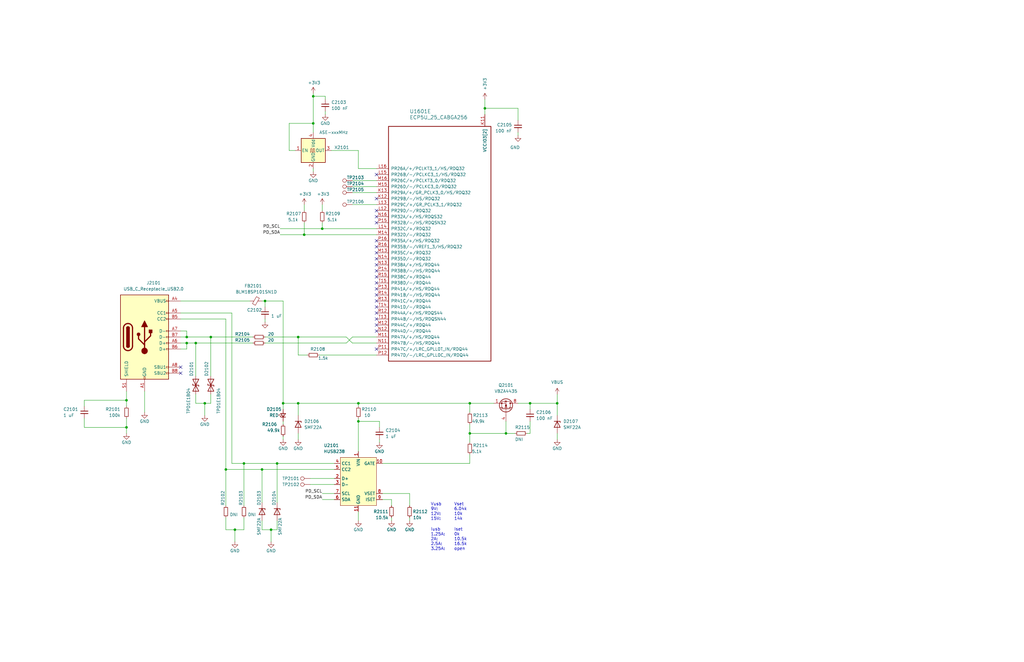
<source format=kicad_sch>
(kicad_sch (version 20211123) (generator eeschema)
  (paper "B")
  (junction (at 223.52 170.18) (diameter 0.9144))
  (junction (at 53.34 180.34) (diameter 0.9144))
  (junction (at 53.34 168.91) (diameter 0.9144))
  (junction (at 198.12 170.18) (diameter 0.9144))
  (junction (at 111.76 127) (diameter 0.9144))
  (junction (at 119.38 170.18) (diameter 0.9144))
  (junction (at 99.06 223.52) (diameter 0.9144))
  (junction (at 88.9 142.24) (diameter 0.9144))
  (junction (at 78.74 144.78) (diameter 0.9144))
  (junction (at 151.13 177.8) (diameter 0.9144))
  (junction (at 116.84 195.58) (diameter 0.9144))
  (junction (at 198.12 182.88) (diameter 0.9144))
  (junction (at 95.25 198.12) (diameter 0.9144))
  (junction (at 102.87 195.58) (diameter 0.9144))
  (junction (at 82.55 144.78) (diameter 0.9144))
  (junction (at 78.74 142.24) (diameter 0.9144))
  (junction (at 132.08 52.07) (diameter 0.9144))
  (junction (at 125.73 170.18) (diameter 0.9144))
  (junction (at 110.49 198.12) (diameter 0.9144))
  (junction (at 114.3 223.52) (diameter 0.9144))
  (junction (at 135.89 96.52) (diameter 0.9144))
  (junction (at 204.47 45.72) (diameter 0.9144))
  (junction (at 125.73 142.24) (diameter 0.9144))
  (junction (at 151.13 170.18) (diameter 0.9144))
  (junction (at 128.27 99.06) (diameter 0.9144))
  (junction (at 86.36 170.18) (diameter 0.9144))
  (junction (at 132.08 40.64) (diameter 0.9144))
  (junction (at 234.95 170.18) (diameter 0.9144))
  (junction (at 213.36 182.88) (diameter 0.9144))
  (no_connect (at 158.75 116.84))
  (no_connect (at 158.75 119.38))
  (no_connect (at 158.75 121.92))
  (no_connect (at 158.75 124.46))
  (no_connect (at 158.75 127))
  (no_connect (at 158.75 104.14))
  (no_connect (at 158.75 139.7))
  (no_connect (at 158.75 132.08))
  (no_connect (at 158.75 83.82))
  (no_connect (at 76.2 154.94))
  (no_connect (at 158.75 134.62))
  (no_connect (at 158.75 88.9))
  (no_connect (at 158.75 73.66))
  (no_connect (at 158.75 129.54))
  (no_connect (at 158.75 101.6))
  (no_connect (at 158.75 91.44))
  (no_connect (at 158.75 137.16))
  (no_connect (at 76.2 157.48))
  (no_connect (at 158.75 147.32))
  (no_connect (at 158.75 106.68))
  (no_connect (at 158.75 109.22))
  (no_connect (at 158.75 111.76))
  (no_connect (at 158.75 114.3))
  (no_connect (at 158.75 93.98))
  (wire (pts (xy 53.34 168.91) (xy 53.34 165.1)))
  (wire (pts (xy 132.08 71.12) (xy 132.08 72.39)))
  (wire (pts (xy 119.38 127) (xy 119.38 170.18)))
  (wire (pts (xy 151.13 170.18) (xy 151.13 171.45)))
  (wire (pts (xy 125.73 182.88) (xy 125.73 185.42)))
  (wire (pts (xy 88.9 170.18) (xy 88.9 166.37)))
  (wire (pts (xy 132.08 52.07) (xy 132.08 55.88)))
  (wire (pts (xy 135.89 86.36) (xy 135.89 88.9)))
  (wire (pts (xy 165.1 210.82) (xy 165.1 213.36)))
  (wire (pts (xy 161.29 195.58) (xy 198.12 195.58)))
  (wire (pts (xy 198.12 195.58) (xy 198.12 191.77)))
  (wire (pts (xy 198.12 170.18) (xy 198.12 173.99)))
  (wire (pts (xy 132.08 40.64) (xy 132.08 52.07)))
  (wire (pts (xy 148.59 78.74) (xy 158.75 78.74)))
  (wire (pts (xy 218.44 55.88) (xy 218.44 57.15)))
  (wire (pts (xy 82.55 144.78) (xy 82.55 158.75)))
  (wire (pts (xy 78.74 139.7) (xy 78.74 142.24)))
  (wire (pts (xy 148.59 142.24) (xy 158.75 142.24)))
  (wire (pts (xy 134.62 149.86) (xy 158.75 149.86)))
  (wire (pts (xy 86.36 170.18) (xy 82.55 170.18)))
  (wire (pts (xy 234.95 182.88) (xy 234.95 185.42)))
  (wire (pts (xy 151.13 177.8) (xy 160.02 177.8)))
  (wire (pts (xy 95.25 134.62) (xy 95.25 198.12)))
  (wire (pts (xy 95.25 198.12) (xy 95.25 213.36)))
  (wire (pts (xy 95.25 218.44) (xy 95.25 223.52)))
  (wire (pts (xy 95.25 223.52) (xy 99.06 223.52)))
  (wire (pts (xy 99.06 223.52) (xy 99.06 228.6)))
  (wire (pts (xy 76.2 134.62) (xy 95.25 134.62)))
  (wire (pts (xy 125.73 149.86) (xy 125.73 142.24)))
  (wire (pts (xy 137.16 46.99) (xy 137.16 48.26)))
  (wire (pts (xy 148.59 81.28) (xy 158.75 81.28)))
  (wire (pts (xy 161.29 208.28) (xy 172.72 208.28)))
  (wire (pts (xy 76.2 127) (xy 105.41 127)))
  (wire (pts (xy 132.08 40.64) (xy 137.16 40.64)))
  (wire (pts (xy 161.29 210.82) (xy 165.1 210.82)))
  (wire (pts (xy 135.89 208.28) (xy 140.97 208.28)))
  (wire (pts (xy 172.72 208.28) (xy 172.72 213.36)))
  (wire (pts (xy 86.36 175.26) (xy 86.36 170.18)))
  (wire (pts (xy 82.55 170.18) (xy 82.55 166.37)))
  (wire (pts (xy 114.3 223.52) (xy 116.84 223.52)))
  (wire (pts (xy 116.84 223.52) (xy 116.84 219.71)))
  (wire (pts (xy 130.81 201.93) (xy 140.97 201.93)))
  (wire (pts (xy 151.13 63.5) (xy 151.13 71.12)))
  (wire (pts (xy 151.13 176.53) (xy 151.13 177.8)))
  (wire (pts (xy 151.13 177.8) (xy 151.13 190.5)))
  (wire (pts (xy 124.46 63.5) (xy 121.92 63.5)))
  (wire (pts (xy 88.9 142.24) (xy 88.9 158.75)))
  (wire (pts (xy 53.34 180.34) (xy 53.34 176.53)))
  (wire (pts (xy 204.47 41.91) (xy 204.47 45.72)))
  (wire (pts (xy 198.12 170.18) (xy 208.28 170.18)))
  (wire (pts (xy 148.59 144.78) (xy 158.75 144.78)))
  (wire (pts (xy 223.52 170.18) (xy 223.52 172.72)))
  (wire (pts (xy 116.84 195.58) (xy 116.84 212.09)))
  (wire (pts (xy 129.54 149.86) (xy 125.73 149.86)))
  (wire (pts (xy 78.74 147.32) (xy 76.2 147.32)))
  (wire (pts (xy 198.12 179.07) (xy 198.12 182.88)))
  (wire (pts (xy 198.12 182.88) (xy 198.12 186.69)))
  (wire (pts (xy 128.27 86.36) (xy 128.27 88.9)))
  (wire (pts (xy 35.56 168.91) (xy 53.34 168.91)))
  (wire (pts (xy 78.74 144.78) (xy 78.74 147.32)))
  (wire (pts (xy 76.2 144.78) (xy 78.74 144.78)))
  (wire (pts (xy 102.87 213.36) (xy 102.87 195.58)))
  (wire (pts (xy 121.92 52.07) (xy 132.08 52.07)))
  (wire (pts (xy 139.7 63.5) (xy 151.13 63.5)))
  (wire (pts (xy 76.2 132.08) (xy 97.79 132.08)))
  (wire (pts (xy 78.74 142.24) (xy 88.9 142.24)))
  (wire (pts (xy 88.9 142.24) (xy 106.68 142.24)))
  (wire (pts (xy 35.56 176.53) (xy 35.56 180.34)))
  (wire (pts (xy 222.25 182.88) (xy 223.52 182.88)))
  (wire (pts (xy 223.52 177.8) (xy 223.52 182.88)))
  (wire (pts (xy 119.38 177.8) (xy 119.38 179.07)))
  (wire (pts (xy 151.13 215.9) (xy 151.13 219.71)))
  (wire (pts (xy 53.34 180.34) (xy 53.34 182.88)))
  (wire (pts (xy 111.76 144.78) (xy 146.05 144.78)))
  (wire (pts (xy 86.36 170.18) (xy 88.9 170.18)))
  (wire (pts (xy 119.38 184.15) (xy 119.38 185.42)))
  (wire (pts (xy 35.56 180.34) (xy 53.34 180.34)))
  (wire (pts (xy 110.49 198.12) (xy 110.49 212.09)))
  (wire (pts (xy 119.38 170.18) (xy 125.73 170.18)))
  (wire (pts (xy 125.73 170.18) (xy 151.13 170.18)))
  (wire (pts (xy 151.13 170.18) (xy 198.12 170.18)))
  (wire (pts (xy 125.73 142.24) (xy 146.05 142.24)))
  (wire (pts (xy 118.11 96.52) (xy 135.89 96.52)))
  (wire (pts (xy 135.89 93.98) (xy 135.89 96.52)))
  (wire (pts (xy 135.89 96.52) (xy 158.75 96.52)))
  (wire (pts (xy 223.52 170.18) (xy 218.44 170.18)))
  (wire (pts (xy 234.95 166.37) (xy 234.95 170.18)))
  (wire (pts (xy 234.95 170.18) (xy 223.52 170.18)))
  (wire (pts (xy 218.44 45.72) (xy 204.47 45.72)))
  (wire (pts (xy 119.38 170.18) (xy 119.38 172.72)))
  (wire (pts (xy 146.05 144.78) (xy 148.59 142.24)))
  (wire (pts (xy 111.76 127) (xy 111.76 129.54)))
  (wire (pts (xy 137.16 40.64) (xy 137.16 41.91)))
  (wire (pts (xy 148.59 86.36) (xy 158.75 86.36)))
  (wire (pts (xy 111.76 127) (xy 119.38 127)))
  (wire (pts (xy 160.02 185.42) (xy 160.02 186.69)))
  (wire (pts (xy 76.2 139.7) (xy 78.74 139.7)))
  (wire (pts (xy 146.05 142.24) (xy 148.59 144.78)))
  (wire (pts (xy 172.72 218.44) (xy 172.72 219.71)))
  (wire (pts (xy 234.95 170.18) (xy 234.95 175.26)))
  (wire (pts (xy 78.74 142.24) (xy 76.2 142.24)))
  (wire (pts (xy 132.08 39.37) (xy 132.08 40.64)))
  (wire (pts (xy 151.13 71.12) (xy 158.75 71.12)))
  (wire (pts (xy 99.06 223.52) (xy 102.87 223.52)))
  (wire (pts (xy 102.87 218.44) (xy 102.87 223.52)))
  (wire (pts (xy 95.25 198.12) (xy 110.49 198.12)))
  (wire (pts (xy 110.49 198.12) (xy 140.97 198.12)))
  (wire (pts (xy 60.96 165.1) (xy 60.96 173.99)))
  (wire (pts (xy 160.02 177.8) (xy 160.02 180.34)))
  (wire (pts (xy 78.74 144.78) (xy 82.55 144.78)))
  (wire (pts (xy 82.55 144.78) (xy 106.68 144.78)))
  (wire (pts (xy 218.44 45.72) (xy 218.44 50.8)))
  (wire (pts (xy 165.1 218.44) (xy 165.1 219.71)))
  (wire (pts (xy 213.36 182.88) (xy 217.17 182.88)))
  (wire (pts (xy 111.76 134.62) (xy 111.76 135.89)))
  (wire (pts (xy 148.59 76.2) (xy 158.75 76.2)))
  (wire (pts (xy 110.49 223.52) (xy 110.49 219.71)))
  (wire (pts (xy 114.3 223.52) (xy 110.49 223.52)))
  (wire (pts (xy 114.3 228.6) (xy 114.3 223.52)))
  (wire (pts (xy 110.49 127) (xy 111.76 127)))
  (wire (pts (xy 111.76 142.24) (xy 125.73 142.24)))
  (wire (pts (xy 97.79 132.08) (xy 97.79 195.58)))
  (wire (pts (xy 97.79 195.58) (xy 102.87 195.58)))
  (wire (pts (xy 135.89 210.82) (xy 140.97 210.82)))
  (wire (pts (xy 118.11 99.06) (xy 128.27 99.06)))
  (wire (pts (xy 130.81 204.47) (xy 140.97 204.47)))
  (wire (pts (xy 35.56 168.91) (xy 35.56 171.45)))
  (wire (pts (xy 128.27 99.06) (xy 128.27 93.98)))
  (wire (pts (xy 128.27 99.06) (xy 158.75 99.06)))
  (wire (pts (xy 198.12 182.88) (xy 213.36 182.88)))
  (wire (pts (xy 213.36 177.8) (xy 213.36 182.88)))
  (wire (pts (xy 125.73 170.18) (xy 125.73 175.26)))
  (wire (pts (xy 102.87 195.58) (xy 116.84 195.58)))
  (wire (pts (xy 116.84 195.58) (xy 140.97 195.58)))
  (wire (pts (xy 204.47 45.72) (xy 204.47 48.26)))
  (wire (pts (xy 53.34 168.91) (xy 53.34 171.45)))
  (wire (pts (xy 121.92 63.5) (xy 121.92 52.07)))
  (text "Iusb	Iset\n1.25A: 	0k\n2A:		10.5k\n2.5A:	16.5k\n3.25A:	open\n" (at 181.61 232.41 0) (effects (font (size 1.27 1.27)) (justify left bottom)))
  (text "Vusb	Vset\n9V: 	6.04k\n12V:	10k\n15V:	14k\n" (at 181.61 219.71 0) (effects (font (size 1.27 1.27)) (justify left bottom)))
  (label "PD_SDA" (at 135.89 210.82 180))
  (label "PD_SCL" (at 135.89 208.28 180))
  (label "PD_SCL" (at 118.11 96.52 180))
  (label "PD_SDA" (at 118.11 99.06 180))
  (symbol (lib_id "Device:R_Small") (at 128.27 91.44 0) (unit 1)
    (property "Reference" "R2107" (at 127 90.17 0) (effects (justify right)))
    (property "Value" "5.1k" (at 125.73 92.71 0) (effects (justify right)))
    (property "Footprint" "Resistor_SMD:R_0402_1005Metric" (effects hide))
    (property "Source" "ANY" (effects hide))
    (property "Key" "res-0402-10k" (effects hide))
  )
  (symbol (lib_id "power:GND") (at 125.73 185.42 0) (unit 1)
    (property "Reference" "#PWR02108" (effects hide))
    (property "Value" "GND" (at 125.73 189.23 0))
  )
  (symbol (lib_id "power:GND") (at 165.1 219.71 0) (unit 1)
    (property "Reference" "#PWR02116" (effects hide))
    (property "Value" "GND" (at 165.1 223.52 0))
  )
  (symbol (lib_id "Device:D_Zener") (at 125.73 179.07 270) (unit 1)
    (property "Reference" "D2106" (at 128.27 177.7999 90) (effects (justify left)))
    (property "Value" "SMF22A" (at 128.27 180.3399 90) (effects (justify left)))
    (property "Footprint" "Diode_SMD:D_SOD-123F" (effects hide))
  )
  (symbol (lib_id "Connector:TestPoint") (at 148.59 81.28 90) (unit 1) (in_bom no)
    (property "Reference" "TP2105" (at 149.86 80.01 90))
    (property "Value" "TestPoint" (effects hide))
    (property "Footprint" "TestPoint:TestPoint_Pad_D1.5mm" (effects hide))
  )
  (symbol (lib_id "power:GND") (at 53.34 182.88 0) (unit 1)
    (property "Reference" "#PWR02101" (effects hide))
    (property "Value" "GND" (at 53.34 186.69 0))
  )
  (symbol (lib_id "Device:R_Small") (at 151.13 173.99 0) (unit 1)
    (property "Reference" "R2110" (at 158.75 172.72 0) (effects (justify right)))
    (property "Value" "10" (at 156.21 175.26 0) (effects (justify right)))
    (property "Footprint" "Resistor_SMD:R_0402_1005Metric" (effects hide))
    (property "Source" "ANY" (effects hide))
    (property "Key" "res-0402-10k" (effects hide))
  )
  (symbol (lib_id "Device:C_Small") (at 223.52 175.26 0) (unit 1)
    (property "Reference" "C2106" (at 226.06 173.99 0) (effects (justify left)))
    (property "Value" "100 nF" (at 226.06 176.53 0) (effects (justify left)))
    (property "Footprint" "Capacitor_SMD:C_0402_1005Metric" (effects hide))
  )
  (symbol (lib_id "Device:LED_Small") (at 119.38 175.26 90) (unit 1)
    (property "Reference" "D2105" (at 115.57 172.72 90))
    (property "Value" "RED" (at 115.57 175.26 90))
    (property "Footprint" "LED_SMD:LED_0603_1608Metric" (effects hide))
  )
  (symbol (lib_id "power:GND") (at 172.72 219.71 0) (unit 1)
    (property "Reference" "#PWR02117" (effects hide))
    (property "Value" "GND" (at 172.72 223.52 0))
  )
  (symbol (lib_id "power:+3V3") (at 132.08 39.37 0) (unit 1)
    (property "Reference" "#PWR02110" (effects hide))
    (property "Value" "+3V3" (at 132.461 34.8996 0))
  )
  (symbol (lib_id "Device:D_Zener") (at 234.95 179.07 270) (unit 1)
    (property "Reference" "D2107" (at 237.49 177.7999 90) (effects (justify left)))
    (property "Value" "SMF22A" (at 237.49 180.3399 90) (effects (justify left)))
    (property "Footprint" "Diode_SMD:D_SOD-123F" (effects hide))
  )
  (symbol (lib_id "Device:R_Small") (at 219.71 182.88 90) (unit 1)
    (property "Reference" "R2115" (at 217.17 180.34 90) (effects (justify right)))
    (property "Value" "DNI" (at 217.17 185.42 90) (effects (justify right)))
    (property "Footprint" "Resistor_SMD:R_0402_1005Metric" (effects hide))
    (property "Source" "ANY" (effects hide))
    (property "Key" "res-0402-10k" (effects hide))
  )
  (symbol (lib_id "Device:FerriteBead_Small") (at 107.95 127 90) (unit 1)
    (property "Reference" "FB2101" (at 110.49 120.65 90) (effects (justify left)))
    (property "Value" "BLM18SP101SN1D" (at 116.84 123.19 90) (effects (justify left)))
    (property "Footprint" "Inductor_SMD:L_0603_1608Metric" (effects hide))
  )
  (symbol (lib_id "Device:R_Small") (at 102.87 215.9 0) (unit 1)
    (property "Reference" "R2103" (at 101.6 207.01 90) (effects (justify right)))
    (property "Value" "DNI" (at 107.95 217.17 0) (effects (justify right)))
    (property "Footprint" "Resistor_SMD:R_0402_1005Metric" (effects hide))
    (property "Source" "ANY" (effects hide))
    (property "Key" "res-0402-10k" (effects hide))
  )
  (symbol (lib_id "power:GND") (at 111.76 135.89 0) (unit 1)
    (property "Reference" "#PWR02105" (effects hide))
    (property "Value" "GND" (effects hide))
  )
  (symbol (lib_id "power:GND") (at 137.16 48.26 0) (unit 1)
    (property "Reference" "#PWR02113" (effects hide))
    (property "Value" "GND" (at 137.16 52.07 0))
  )
  (symbol (lib_id "Connector:TestPoint") (at 130.81 201.93 90) (unit 1)
    (property "Reference" "TP2101" (at 122.6185 201.93 90))
    (property "Value" "TestPoint" (effects hide))
    (property "Footprint" "TestPoint:TestPoint_Pad_D1.5mm" (effects hide))
  )
  (symbol (lib_id "Device:C_Small") (at 137.16 44.45 0) (unit 1)
    (property "Reference" "C2103" (at 139.7 43.18 0) (effects (justify left)))
    (property "Value" "100 nF" (at 139.7 45.72 0) (effects (justify left)))
    (property "Footprint" "Capacitor_SMD:C_0402_1005Metric" (effects hide))
  )
  (symbol (lib_id "Oscillator:ASE-xxxMHz") (at 132.08 63.5 0) (unit 1)
    (property "Reference" "X2101" (at 140.97 62.23 0) (effects (justify left)))
    (property "Value" "ASE-xxxMHz" (at 134.62 55.88 0) (effects (justify left)))
    (property "Footprint" "Oscillator:Oscillator_SMD_Abracon_ASE-4Pin_3.2x2.5mm" (effects hide))
    (property "Datasheet" "http://www.abracon.com/Oscillators/ASV.pdf" (effects hide))
  )
  (symbol (lib_id "power:VBUS") (at 234.95 166.37 0) (unit 1)
    (property "Reference" "#PWR02120" (effects hide))
    (property "Value" "VBUS" (at 234.95 161.29 0))
  )
  (symbol (lib_id "Device:C_Small") (at 160.02 182.88 0) (unit 1)
    (property "Reference" "C2104" (at 162.56 181.61 0) (effects (justify left)))
    (property "Value" "1 uF" (at 162.56 184.15 0) (effects (justify left)))
    (property "Footprint" "Capacitor_SMD:C_0402_1005Metric" (effects hide))
  )
  (symbol (lib_id "Connector:USB_C_Receptacle_USB2.0") (at 60.96 142.24 0) (unit 1)
    (property "Reference" "J2101" (at 64.77 119.38 0))
    (property "Value" "USB_C_Receptacle_USB2.0" (at 64.77 121.92 0))
    (property "Footprint" "Connector_USB:USB_C_Receptacle_HRO_TYPE-C-31-M-12" (effects hide))
    (property "Datasheet" "https://www.usb.org/sites/default/files/documents/usb_type-c.zip" (effects hide))
  )
  (symbol (lib_id "Device:C_Small") (at 35.56 173.99 0) (unit 1)
    (property "Reference" "C2101" (at 26.67 172.72 0) (effects (justify left)))
    (property "Value" "1 uF" (at 26.67 175.26 0) (effects (justify left)))
    (property "Footprint" "Capacitor_SMD:C_0402_1005Metric" (effects hide))
  )
  (symbol (lib_id "power:GND") (at 132.08 72.39 0) (unit 1)
    (property "Reference" "#PWR02111" (effects hide))
    (property "Value" "GND" (at 132.08 76.2 0))
  )
  (symbol (lib_id "power:GND") (at 86.36 175.26 0) (unit 1)
    (property "Reference" "#PWR02103" (effects hide))
    (property "Value" "GND" (at 86.36 179.07 0))
  )
  (symbol (lib_id "Device:R_Small") (at 109.22 144.78 270) (unit 1)
    (property "Reference" "R2105" (at 105.41 143.51 90) (effects (justify right)))
    (property "Value" "20" (at 115.57 143.51 90) (effects (justify right)))
    (property "Footprint" "Resistor_SMD:R_0402_1005Metric" (effects hide))
    (property "Source" "ANY" (effects hide))
    (property "Key" "res-0402-10k" (effects hide))
  )
  (symbol (lib_id "power:+3V3") (at 204.47 41.91 0) (mirror y) (unit 1)
    (property "Reference" "#PWR02118" (effects hide))
    (property "Value" "+3V3" (at 204.47 38.1 90) (effects (justify left)))
  )
  (symbol (lib_id "Connector:TestPoint") (at 148.59 86.36 90) (unit 1) (in_bom no)
    (property "Reference" "TP2106" (at 149.86 85.09 90))
    (property "Value" "TestPoint" (effects hide))
    (property "Footprint" "TestPoint:TestPoint_Pad_D1.5mm" (effects hide))
  )
  (symbol (lib_id "power:GND") (at 114.3 228.6 0) (unit 1)
    (property "Reference" "#PWR02106" (effects hide))
    (property "Value" "GND" (at 114.3 232.41 0))
  )
  (symbol (lib_id "Connector:TestPoint") (at 130.81 204.47 90) (unit 1)
    (property "Reference" "TP2102" (at 122.6185 204.47 90))
    (property "Value" "TestPoint" (effects hide))
    (property "Footprint" "TestPoint:TestPoint_Pad_D1.5mm" (effects hide))
  )
  (symbol (lib_id "power:GND") (at 218.44 57.15 0) (mirror y) (unit 1)
    (property "Reference" "#PWR02119" (effects hide))
    (property "Value" "GND" (at 217.17 62.23 0))
  )
  (symbol (lib_id "Device:D_TVS") (at 88.9 162.56 270) (unit 1)
    (property "Reference" "D2102" (at 87.0966 152.5016 0) (effects (justify left)))
    (property "Value" "TPD1E1B04" (at 92.1766 163.703 0) (effects (justify left)))
    (property "Footprint" "Diode_SMD:D_0402_1005Metric" (effects hide))
    (property "DIST_NAME" "Digi-Key" (effects hide))
    (property "DIST_PN" "296-47224-1-ND" (effects hide))
  )
  (symbol (lib_id "Device:R_Small") (at 198.12 176.53 0) (unit 1)
    (property "Reference" "R2113" (at 205.74 175.26 0) (effects (justify right)))
    (property "Value" "49.9k" (at 204.47 177.8 0) (effects (justify right)))
    (property "Footprint" "Resistor_SMD:R_0402_1005Metric" (effects hide))
    (property "Source" "ANY" (effects hide))
    (property "Key" "res-0402-10k" (effects hide))
  )
  (symbol (lib_id "Connector:TestPoint") (at 148.59 76.2 90) (unit 1) (in_bom no)
    (property "Reference" "TP2103" (at 149.86 74.93 90))
    (property "Value" "TestPoint" (effects hide))
    (property "Footprint" "TestPoint:TestPoint_Pad_D1.5mm" (effects hide))
  )
  (symbol (lib_id "power:GND") (at 119.38 185.42 0) (unit 1)
    (property "Reference" "#PWR02107" (effects hide))
    (property "Value" "GND" (at 119.38 189.23 0))
  )
  (symbol (lib_id "Device:D_Zener") (at 116.84 215.9 270) (unit 1)
    (property "Reference" "D2104" (at 115.57 207.0099 0) (effects (justify left)))
    (property "Value" "SMF22A" (at 118.11 218.4399 0) (effects (justify left)))
    (property "Footprint" "Diode_SMD:D_SOD-123F" (effects hide))
  )
  (symbol (lib_id "Device:R_Small") (at 198.12 189.23 0) (unit 1)
    (property "Reference" "R2114" (at 205.74 187.96 0) (effects (justify right)))
    (property "Value" "5.1k" (at 203.2 190.5 0) (effects (justify right)))
    (property "Footprint" "Resistor_SMD:R_0402_1005Metric" (effects hide))
    (property "Source" "ANY" (effects hide))
    (property "Key" "res-0402-10k" (effects hide))
  )
  (symbol (lib_id "Device:R_Small") (at 95.25 215.9 0) (unit 1)
    (property "Reference" "R2102" (at 93.98 207.01 90) (effects (justify right)))
    (property "Value" "DNI" (at 100.33 217.17 0) (effects (justify right)))
    (property "Footprint" "Resistor_SMD:R_0402_1005Metric" (effects hide))
    (property "Source" "ANY" (effects hide))
    (property "Key" "res-0402-10k" (effects hide))
  )
  (symbol (lib_id "Device:C_Small") (at 111.76 132.08 0) (unit 1)
    (property "Reference" "C2102" (at 104.14 130.81 0) (effects (justify left)))
    (property "Value" "1 uF" (at 114.3 133.35 0) (effects (justify left)))
    (property "Footprint" "Capacitor_SMD:C_0402_1005Metric" (effects hide))
  )
  (symbol (lib_id "Device:D_TVS") (at 82.55 162.56 270) (unit 1)
    (property "Reference" "D2101" (at 80.7466 152.5016 0) (effects (justify left)))
    (property "Value" "TPD1E1B04" (at 79.4766 163.703 0) (effects (justify left)))
    (property "Footprint" "Diode_SMD:D_0402_1005Metric" (effects hide))
    (property "DIST_NAME" "Digi-Key" (effects hide))
    (property "DIST_PN" "296-47224-1-ND" (effects hide))
  )
  (symbol (lib_id "power:GND") (at 60.96 173.99 0) (unit 1)
    (property "Reference" "#PWR02102" (effects hide))
    (property "Value" "GND" (at 60.96 177.8 0))
  )
  (symbol (lib_id "Device:R_Small") (at 109.22 142.24 270) (unit 1)
    (property "Reference" "R2104" (at 105.41 140.97 90) (effects (justify right)))
    (property "Value" "20" (at 115.57 140.97 90) (effects (justify right)))
    (property "Footprint" "Resistor_SMD:R_0402_1005Metric" (effects hide))
    (property "Source" "ANY" (effects hide))
    (property "Key" "res-0402-10k" (effects hide))
  )
  (symbol (lib_id "Device:R_Small") (at 165.1 215.9 0) (unit 1)
    (property "Reference" "R2111" (at 163.83 215.9 0) (effects (justify right)))
    (property "Value" "10.5k" (at 163.83 218.44 0) (effects (justify right)))
    (property "Footprint" "Resistor_SMD:R_0402_1005Metric" (effects hide))
    (property "Source" "ANY" (effects hide))
    (property "Key" "res-0402-10k" (effects hide))
  )
  (symbol (lib_id "power:GND") (at 234.95 185.42 0) (unit 1)
    (property "Reference" "#PWR02121" (effects hide))
    (property "Value" "GND" (at 234.95 189.23 0))
  )
  (symbol (lib_id "power:+3V3") (at 135.89 86.36 0) (unit 1)
    (property "Reference" "#PWR02112" (effects hide))
    (property "Value" "+3V3" (at 136.271 81.8896 0))
  )
  (symbol (lib_id "power:GND") (at 151.13 219.71 0) (unit 1)
    (property "Reference" "#PWR02114" (effects hide))
    (property "Value" "GND" (at 151.13 223.52 0))
  )
  (symbol (lib_id "Device:R_Small") (at 119.38 181.61 0) (unit 1)
    (property "Reference" "R2106" (at 116.84 179.07 0) (effects (justify right)))
    (property "Value" "49.9k" (at 118.11 181.61 0) (effects (justify right)))
    (property "Footprint" "Resistor_SMD:R_0402_1005Metric" (effects hide))
    (property "Source" "ANY" (effects hide))
    (property "Key" "res-0402-10k" (effects hide))
  )
  (symbol (lib_id "Device:R_Small") (at 172.72 215.9 0) (unit 1)
    (property "Reference" "R2112" (at 180.34 215.9 0) (effects (justify right)))
    (property "Value" "10k" (at 177.8 218.44 0) (effects (justify right)))
    (property "Footprint" "Resistor_SMD:R_0402_1005Metric" (effects hide))
    (property "Source" "ANY" (effects hide))
    (property "Key" "res-0402-10k" (effects hide))
  )
  (symbol (lib_id "Transistor_FET:IRF7404") (at 213.36 172.72 270) (mirror x) (unit 1)
    (property "Reference" "Q2101" (at 213.36 162.56 90))
    (property "Value" "VBZA4435" (at 213.36 165.1 90))
    (property "Footprint" "Package_SO:SOIC-8_3.9x4.9mm_P1.27mm" (effects hide))
    (property "Datasheet" "http://www.infineon.com/dgdl/irf7404.pdf?fileId=5546d462533600a4015355fa2b5b1b9e" (effects hide))
  )
  (symbol (lib_id "power:GND") (at 99.06 228.6 0) (unit 1)
    (property "Reference" "#PWR02104" (effects hide))
    (property "Value" "GND" (at 99.06 232.41 0))
  )
  (symbol (lib_id "Device:D_Zener") (at 110.49 215.9 270) (unit 1)
    (property "Reference" "D2103" (at 109.22 207.0099 0) (effects (justify left)))
    (property "Value" "SMF22A" (at 109.22 218.4399 0) (effects (justify left)))
    (property "Footprint" "Diode_SMD:D_SOD-123F" (effects hide))
  )
  (symbol (lib_id "jtk_rf:HUSB238") (at 151.13 203.2 0) (unit 1)
    (property "Reference" "U2101" (at 139.7 187.96 0))
    (property "Value" "HUSB238" (at 140.97 190.5 0))
    (property "Footprint" "Package_DFN_QFN:DFN-10-1EP_3x3mm_P0.5mm_EP1.65x2.38mm" (effects hide))
    (property "Datasheet" "http://www.hynetek.com/product/pdController/HUSBPDSink/document/HUSB238_DS_EN_V1.0.pdf" (effects hide))
  )
  (symbol (lib_id "Connector:TestPoint") (at 148.59 78.74 90) (unit 1) (in_bom no)
    (property "Reference" "TP2104" (at 149.86 77.47 90))
    (property "Value" "TestPoint" (effects hide))
    (property "Footprint" "TestPoint:TestPoint_Pad_D1.5mm" (effects hide))
  )
  (symbol (lib_id "Device:R_Small") (at 132.08 149.86 270) (unit 1)
    (property "Reference" "R2108" (at 137.16 147.32 90) (effects (justify right)))
    (property "Value" "1.5k" (at 138.43 151.13 90) (effects (justify right)))
    (property "Footprint" "Resistor_SMD:R_0402_1005Metric" (effects hide))
    (property "Source" "ANY" (effects hide))
    (property "Key" "res-0402-10k" (effects hide))
  )
  (symbol (lib_id "power:GND") (at 160.02 186.69 0) (unit 1)
    (property "Reference" "#PWR02115" (effects hide))
    (property "Value" "GND" (at 160.02 190.5 0))
  )
  (symbol (lib_id "Device:C_Small") (at 218.44 53.34 0) (mirror y) (unit 1)
    (property "Reference" "C2105" (at 215.9 52.7049 0) (effects (justify left)))
    (property "Value" "100 nF" (at 215.9 55.2449 0) (effects (justify left)))
    (property "Footprint" "Capacitor_SMD:C_0402_1005Metric" (effects hide))
  )
  (symbol (lib_id "power:+3V3") (at 128.27 86.36 0) (unit 1)
    (property "Reference" "#PWR02109" (effects hide))
    (property "Value" "+3V3" (at 128.651 81.8896 0))
  )
  (symbol (lib_id "Device:R_Small") (at 135.89 91.44 0) (unit 1)
    (property "Reference" "R2109" (at 143.51 90.17 0) (effects (justify right)))
    (property "Value" "5.1k" (at 142.24 92.71 0) (effects (justify right)))
    (property "Footprint" "Resistor_SMD:R_0402_1005Metric" (effects hide))
    (property "Source" "ANY" (effects hide))
    (property "Key" "res-0402-10k" (effects hide))
  )
  (symbol (lib_id "Device:R_Small") (at 53.34 173.99 0) (unit 1)
    (property "Reference" "R2101" (at 50.8 172.72 0) (effects (justify right)))
    (property "Value" "100k" (at 50.8 175.26 0) (effects (justify right)))
    (property "Footprint" "Resistor_SMD:R_0402_1005Metric" (effects hide))
    (property "Source" "ANY" (effects hide))
    (property "Key" "res-0402-10k" (effects hide))
  )
  (symbol (lib_id "jtk_rf:ECP5U_25_CABGA256") (at 158.75 71.12 0) (unit 5)
    (property "Reference" "U1601" (at 172.72 46.99 0) (effects (font (size 1.524 1.524)) (justify left)))
    (property "Value" "ECP5U_25_CABGA256" (at 172.72 49.53 0) (effects (font (size 1.524 1.524)) (justify left)))
    (property "Footprint" "Package_BGA:BGA-256_14.0x14.0mm_Layout16x16_P0.8mm_Ball0.45mm_Pad0.32mm_NSMD" (effects hide))
    (property "manf#" "ECP5U_25" (effects hide))
  )
)
</source>
